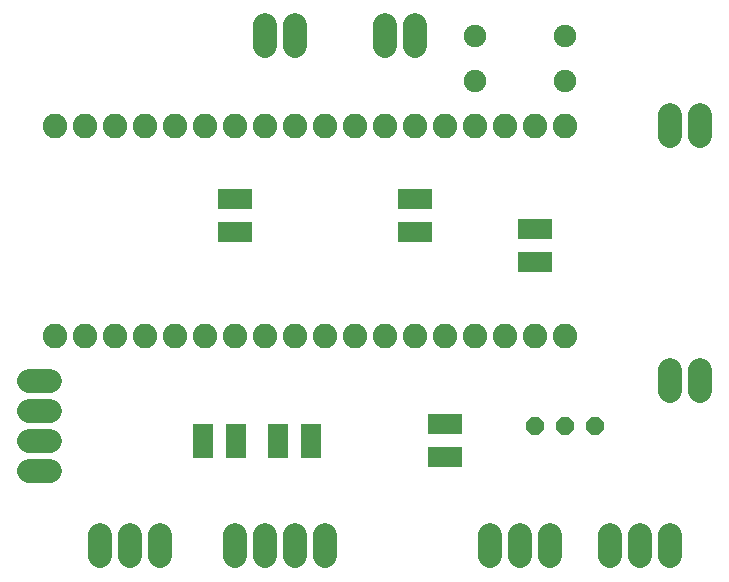
<source format=gbr>
G04 EAGLE Gerber RS-274X export*
G75*
%MOMM*%
%FSLAX34Y34*%
%LPD*%
%INSoldermask Top*%
%IPPOS*%
%AMOC8*
5,1,8,0,0,1.08239X$1,22.5*%
G01*
%ADD10C,2.003200*%
%ADD11C,1.903200*%
%ADD12P,1.649562X8X22.500000*%
%ADD13R,2.903200X1.803200*%
%ADD14R,1.803200X2.903200*%
%ADD15C,2.082800*%


D10*
X292100Y478900D02*
X292100Y460900D01*
X266700Y460900D02*
X266700Y478900D01*
X393700Y478900D02*
X393700Y460900D01*
X368300Y460900D02*
X368300Y478900D01*
X85200Y101600D02*
X67200Y101600D01*
X67200Y127000D02*
X85200Y127000D01*
X85200Y152400D02*
X67200Y152400D01*
X67200Y177800D02*
X85200Y177800D01*
D11*
X520700Y431800D03*
X444500Y431800D03*
X520700Y469900D03*
X444500Y469900D03*
D10*
X317500Y47100D02*
X317500Y29100D01*
X292100Y29100D02*
X292100Y47100D01*
X266700Y47100D02*
X266700Y29100D01*
X241300Y29100D02*
X241300Y47100D01*
D12*
X546100Y139700D03*
X495300Y139700D03*
X520700Y139700D03*
D13*
X419100Y141000D03*
X419100Y113000D03*
X241300Y303500D03*
X241300Y331500D03*
D14*
X242600Y127000D03*
X214600Y127000D03*
X278100Y127000D03*
X306100Y127000D03*
D13*
X495300Y278100D03*
X495300Y306100D03*
D10*
X609600Y186800D02*
X609600Y168800D01*
X635000Y168800D02*
X635000Y186800D01*
X127000Y47100D02*
X127000Y29100D01*
X152400Y29100D02*
X152400Y47100D01*
X177800Y47100D02*
X177800Y29100D01*
X457200Y29100D02*
X457200Y47100D01*
X482600Y47100D02*
X482600Y29100D01*
X508000Y29100D02*
X508000Y47100D01*
X558800Y47100D02*
X558800Y29100D01*
X584200Y29100D02*
X584200Y47100D01*
X609600Y47100D02*
X609600Y29100D01*
D15*
X520700Y393700D03*
X495300Y393700D03*
X469900Y393700D03*
X444500Y393700D03*
X419100Y393700D03*
X393700Y393700D03*
X368300Y393700D03*
X342900Y393700D03*
X317500Y393700D03*
X292100Y393700D03*
X266700Y393700D03*
X241300Y393700D03*
X241300Y215900D03*
X266700Y215900D03*
X292100Y215900D03*
X317500Y215900D03*
X342900Y215900D03*
X368300Y215900D03*
X393700Y215900D03*
X419100Y215900D03*
X444500Y215900D03*
X469900Y215900D03*
X495300Y215900D03*
X520700Y215900D03*
X215900Y393700D03*
X190500Y393700D03*
X165100Y393700D03*
X139700Y393700D03*
X114300Y393700D03*
X88900Y393700D03*
X88900Y215900D03*
X114300Y215900D03*
X139700Y215900D03*
X165100Y215900D03*
X190500Y215900D03*
X215900Y215900D03*
D10*
X609600Y384700D02*
X609600Y402700D01*
X635000Y402700D02*
X635000Y384700D01*
D13*
X393700Y303500D03*
X393700Y331500D03*
M02*

</source>
